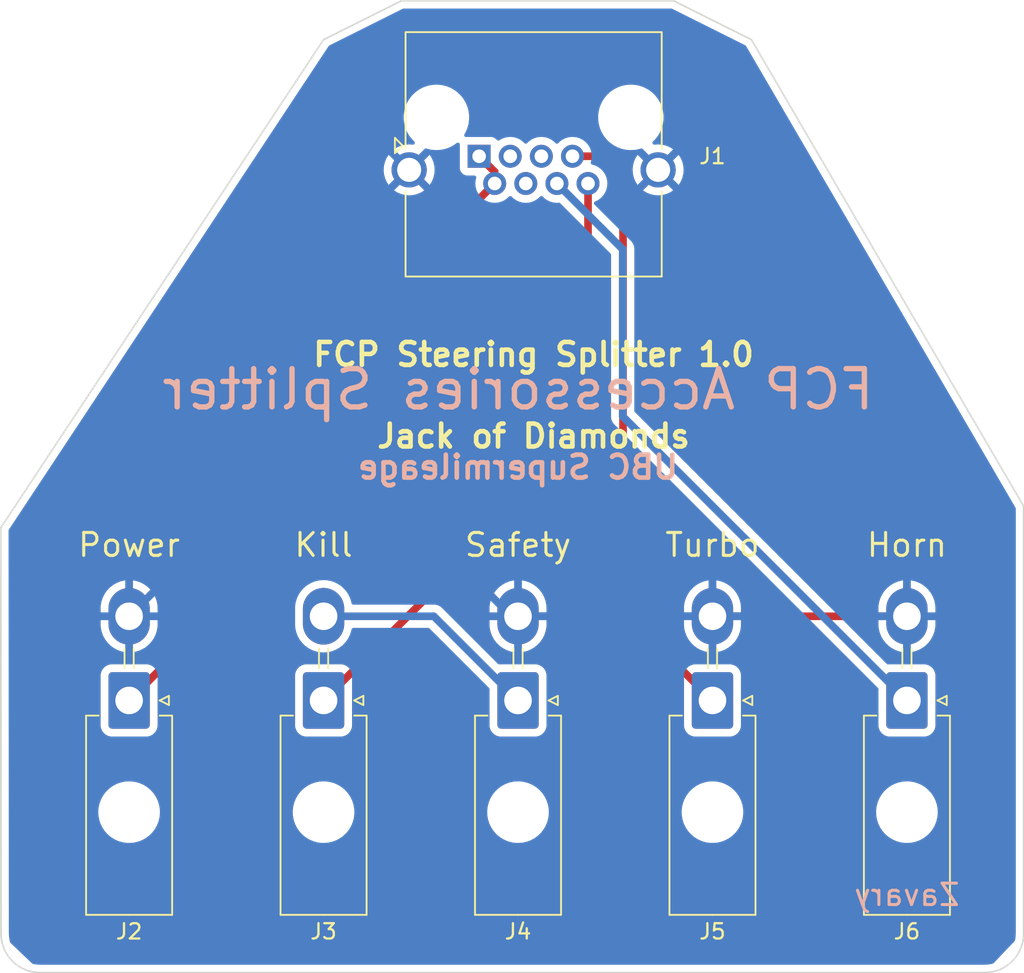
<source format=kicad_pcb>
(kicad_pcb (version 20211014) (generator pcbnew)
  (layers (0 "F.Cu" signal) (31 "B.Cu" signal) (34 "B.Paste" user) (35 "F.Paste" user) (36 "B.SilkS" user "B.Silkscreen") (37 "F.SilkS" user "F.Silkscreen") (38 "B.Mask" user) (39 "F.Mask" user) (44 "Edge.Cuts" user))
  (net 0 "")
  (net 1 "VCC")
  (net 4 "/Horn")
  (net 5 "/Turbo")
  (net 6 "/Kill")
  (net 7 "GND")
  (net 8 "/Safety")
  (footprint "Connector_Molex:Molex_Mini-Fit_Jr_5569-02A2_2x01_P4.20mm_Horizontal" (layer "F.Cu") (at 162.56 76.2 180)
    (fp_text reference "J5" (at 0 -15.1) (layer "F.SilkS"))
    (fp_text value "Turbo Connector")
    (fp_line (start 2 -0.99) (end 2.81 -0.99) (layer "F.SilkS") (width 0.12))
    (fp_line (start -2.81 -0.99) (end -2.81 -14.01) (layer "F.SilkS") (width 0.12))
    (fp_line (start 2.81 -14.01) (end 0 -14.01) (layer "F.SilkS") (width 0.12))
    (fp_line (start -2.81 -14.01) (end 0 -14.01) (layer "F.SilkS") (width 0.12))
    (fp_line (start -2.6 0.3) (end -2.6 -0.3) (layer "F.SilkS") (width 0.12))
    (fp_line (start 2.81 -0.99) (end 2.81 -14.01) (layer "F.SilkS") (width 0.12))
    (fp_line (start -0.3 2.11) (end -0.3 3.39) (layer "F.SilkS") (width 0.12))
    (fp_line (start -2 -0.99) (end -2.81 -0.99) (layer "F.SilkS") (width 0.12))
    (fp_line (start 0.3 2.11) (end 0.3 3.39) (layer "F.SilkS") (width 0.12))
    (fp_line (start -2 0) (end -2.6 0.3) (layer "F.SilkS") (width 0.12))
    (fp_line (start -2.6 -0.3) (end -2 0) (layer "F.SilkS") (width 0.12))
    (pad "" np_thru_hole circle (at 0 -7.3 180) (size 3 3) (drill 3) (layers *.Cu *.Mask))
    (pad "1" thru_hole roundrect (at 0 0 180) (size 2.7 3.7) (drill 1.8) (layers *.Cu *.Mask) (roundrect_rratio 0.09259296296) (net 5 "/Turbo"))
    (pad "2" thru_hole oval (at 0 5.5 180) (size 2.7 3.7) (drill 1.8) (layers *.Cu *.Mask) (net 7 "GND"))
  )
  (footprint "Connector_Molex:Molex_Mini-Fit_Jr_5569-02A2_2x01_P4.20mm_Horizontal" (layer "F.Cu") (at 124.46 76.2 180)
    (fp_text reference "J2" (at 0 -15.1) (layer "F.SilkS"))
    (fp_text value "Power")
    (fp_line (start -0.3 2.11) (end -0.3 3.39) (layer "F.SilkS") (width 0.12))
    (fp_line (start 2.81 -0.99) (end 2.81 -14.01) (layer "F.SilkS") (width 0.12))
    (fp_line (start -2 -0.99) (end -2.81 -0.99) (layer "F.SilkS") (width 0.12))
    (fp_line (start 2 -0.99) (end 2.81 -0.99) (layer "F.SilkS") (width 0.12))
    (fp_line (start -2.6 0.3) (end -2.6 -0.3) (layer "F.SilkS") (width 0.12))
    (fp_line (start 2.81 -14.01) (end 0 -14.01) (layer "F.SilkS") (width 0.12))
    (fp_line (start -2.81 -0.99) (end -2.81 -14.01) (layer "F.SilkS") (width 0.12))
    (fp_line (start -2.81 -14.01) (end 0 -14.01) (layer "F.SilkS") (width 0.12))
    (fp_line (start -2 0) (end -2.6 0.3) (layer "F.SilkS") (width 0.12))
    (fp_line (start 0.3 2.11) (end 0.3 3.39) (layer "F.SilkS") (width 0.12))
    (fp_line (start -2.6 -0.3) (end -2 0) (layer "F.SilkS") (width 0.12))
    (pad "" np_thru_hole circle (at 0 -7.3 180) (size 3 3) (drill 3) (layers *.Cu *.Mask))
    (pad "1" thru_hole roundrect (at 0 0 180) (size 2.7 3.7) (drill 1.8) (layers *.Cu *.Mask) (roundrect_rratio 0.09259296296) (net 1 "VCC"))
    (pad "2" thru_hole oval (at 0 5.5 180) (size 2.7 3.7) (drill 1.8) (layers *.Cu *.Mask) (net 7 "GND"))
  )
  (footprint "Connector_RJ:RJ45_Amphenol_RJHSE5380" (layer "F.Cu") (at 147.32 40.64)
    (fp_text reference "J1" (at 15.24 0) (layer "F.SilkS"))
    (fp_text value "Ethernet connector")
    (fp_line (start 11.925 7.86) (end 11.925 2.3) (layer "F.SilkS") (width 0.12))
    (fp_line (start -5.5 -1.2) (end -5 -0.7) (layer "F.SilkS") (width 0.12))
    (fp_line (start -4.76 -8.11) (end 11.88 -8.11) (layer "F.SilkS") (width 0.12))
    (fp_line (start -5 -0.7) (end -5.5 -0.2) (layer "F.SilkS") (width 0.12))
    (fp_line (start -4.805 -8.11) (end -4.805 -0.5) (layer "F.SilkS") (width 0.12))
    (fp_line (start -4.805 7.86) (end -4.805 2.3) (layer "F.SilkS") (width 0.12))
    (fp_line (start 11.925 -8.11) (end 11.925 -0.5) (layer "F.SilkS") (width 0.12))
    (fp_line (start -5.5 -0.2) (end -5.5 -1.2) (layer "F.SilkS") (width 0.12))
    (fp_line (start -4.76 7.86) (end 11.925 7.86) (layer "F.SilkS") (width 0.12))
    (pad "" np_thru_hole circle (at 9.91 -2.54) (size 3.25 3.25) (drill 3.25) (layers *.Cu *.Mask))
    (pad "" np_thru_hole circle (at -2.79 -2.54) (size 3.25 3.25) (drill 3.25) (layers *.Cu *.Mask))
    (pad "1" thru_hole rect (at 0 0) (size 1.5 1.5) (drill 0.89) (layers *.Cu *.Mask) (net 1 "VCC"))
    (pad "2" thru_hole circle (at 1.016 1.78) (size 1.5 1.5) (drill 0.89) (layers *.Cu *.Mask) (net 1 "VCC"))
    (pad "3" thru_hole circle (at 2.032 0) (size 1.5 1.5) (drill 0.89) (layers *.Cu *.Mask))
    (pad "4" thru_hole circle (at 3.048 1.78) (size 1.5 1.5) (drill 0.89) (layers *.Cu *.Mask))
    (pad "5" thru_hole circle (at 4.064 0) (size 1.5 1.5) (drill 0.89) (layers *.Cu *.Mask))
    (pad "6" thru_hole circle (at 5.08 1.78) (size 1.5 1.5) (drill 0.89) (layers *.Cu *.Mask) (net 4 "/Horn"))
    (pad "7" thru_hole circle (at 6.096 0) (size 1.5 1.5) (drill 0.89) (layers *.Cu *.Mask) (net 5 "/Turbo"))
    (pad "8" thru_hole circle (at 7.112 1.78) (size 1.5 1.5) (drill 0.89) (layers *.Cu *.Mask) (net 6 "/Kill"))
    (pad "SH" thru_hole circle (at -4.57 0.89) (size 2.3 2.3) (drill 1.57) (layers *.Cu *.Mask) (net 7 "GND"))
    (pad "SH" thru_hole circle (at 11.69 0.89) (size 2.3 2.3) (drill 1.57) (layers *.Cu *.Mask) (net 7 "GND"))
  )
  (footprint "Connector_Molex:Molex_Mini-Fit_Jr_5569-02A2_2x01_P4.20mm_Horizontal" (layer "F.Cu") (at 137.16 76.2 180)
    (fp_text reference "J3" (at 0 -15.1) (layer "F.SilkS"))
    (fp_text value "Kill Switch Connector")
    (fp_line (start -0.3 2.11) (end -0.3 3.39) (layer "F.SilkS") (width 0.12))
    (fp_line (start -2 -0.99) (end -2.81 -0.99) (layer "F.SilkS") (width 0.12))
    (fp_line (start -2.6 0.3) (end -2.6 -0.3) (layer "F.SilkS") (width 0.12))
    (fp_line (start -2.6 -0.3) (end -2 0) (layer "F.SilkS") (width 0.12))
    (fp_line (start 2.81 -14.01) (end 0 -14.01) (layer "F.SilkS") (width 0.12))
    (fp_line (start -2 0) (end -2.6 0.3) (layer "F.SilkS") (width 0.12))
    (fp_line (start 2.81 -0.99) (end 2.81 -14.01) (layer "F.SilkS") (width 0.12))
    (fp_line (start -2.81 -0.99) (end -2.81 -14.01) (layer "F.SilkS") (width 0.12))
    (fp_line (start -2.81 -14.01) (end 0 -14.01) (layer "F.SilkS") (width 0.12))
    (fp_line (start 2 -0.99) (end 2.81 -0.99) (layer "F.SilkS") (width 0.12))
    (fp_line (start 0.3 2.11) (end 0.3 3.39) (layer "F.SilkS") (width 0.12))
    (pad "" np_thru_hole circle (at 0 -7.3 180) (size 3 3) (drill 3) (layers *.Cu *.Mask))
    (pad "1" thru_hole roundrect (at 0 0 180) (size 2.7 3.7) (drill 1.8) (layers *.Cu *.Mask) (roundrect_rratio 0.09259296296) (net 6 "/Kill"))
    (pad "2" thru_hole oval (at 0 5.5 180) (size 2.7 3.7) (drill 1.8) (layers *.Cu *.Mask) (net 8 "/Safety"))
  )
  (footprint "Connector_Molex:Molex_Mini-Fit_Jr_5569-02A2_2x01_P4.20mm_Horizontal" (layer "F.Cu") (at 175.26 76.2 180)
    (fp_text reference "J6" (at 0 -15.1) (layer "F.SilkS"))
    (fp_text value "Horn Connector")
    (fp_line (start -2.81 -0.99) (end -2.81 -14.01) (layer "F.SilkS") (width 0.12))
    (fp_line (start -2.6 0.3) (end -2.6 -0.3) (layer "F.SilkS") (width 0.12))
    (fp_line (start -2 -0.99) (end -2.81 -0.99) (layer "F.SilkS") (width 0.12))
    (fp_line (start -2.81 -14.01) (end 0 -14.01) (layer "F.SilkS") (width 0.12))
    (fp_line (start 2.81 -0.99) (end 2.81 -14.01) (layer "F.SilkS") (width 0.12))
    (fp_line (start 2 -0.99) (end 2.81 -0.99) (layer "F.SilkS") (width 0.12))
    (fp_line (start -2 0) (end -2.6 0.3) (layer "F.SilkS") (width 0.12))
    (fp_line (start 2.81 -14.01) (end 0 -14.01) (layer "F.SilkS") (width 0.12))
    (fp_line (start -0.3 2.11) (end -0.3 3.39) (layer "F.SilkS") (width 0.12))
    (fp_line (start 0.3 2.11) (end 0.3 3.39) (layer "F.SilkS") (width 0.12))
    (fp_line (start -2.6 -0.3) (end -2 0) (layer "F.SilkS") (width 0.12))
    (pad "" np_thru_hole circle (at 0 -7.3 180) (size 3 3) (drill 3) (layers *.Cu *.Mask))
    (pad "1" thru_hole roundrect (at 0 0 180) (size 2.7 3.7) (drill 1.8) (layers *.Cu *.Mask) (roundrect_rratio 0.09259296296) (net 4 "/Horn"))
    (pad "2" thru_hole oval (at 0 5.5 180) (size 2.7 3.7) (drill 1.8) (layers *.Cu *.Mask) (net 7 "GND"))
  )
  (footprint "Connector_Molex:Molex_Mini-Fit_Jr_5569-02A2_2x01_P4.20mm_Horizontal" (layer "F.Cu") (at 149.86 76.2 180)
    (fp_text reference "J4" (at 0 -15.1) (layer "F.SilkS"))
    (fp_text value "Safety Circuit")
    (fp_line (start -2.81 -14.01) (end 0 -14.01) (layer "F.SilkS") (width 0.12))
    (fp_line (start -2.6 -0.3) (end -2 0) (layer "F.SilkS") (width 0.12))
    (fp_line (start -2 -0.99) (end -2.81 -0.99) (layer "F.SilkS") (width 0.12))
    (fp_line (start 2 -0.99) (end 2.81 -0.99) (layer "F.SilkS") (width 0.12))
    (fp_line (start -2.6 0.3) (end -2.6 -0.3) (layer "F.SilkS") (width 0.12))
    (fp_line (start 0.3 2.11) (end 0.3 3.39) (layer "F.SilkS") (width 0.12))
    (fp_line (start -0.3 2.11) (end -0.3 3.39) (layer "F.SilkS") (width 0.12))
    (fp_line (start 2.81 -14.01) (end 0 -14.01) (layer "F.SilkS") (width 0.12))
    (fp_line (start -2.81 -0.99) (end -2.81 -14.01) (layer "F.SilkS") (width 0.12))
    (fp_line (start -2 0) (end -2.6 0.3) (layer "F.SilkS") (width 0.12))
    (fp_line (start 2.81 -0.99) (end 2.81 -14.01) (layer "F.SilkS") (width 0.12))
    (pad "" np_thru_hole circle (at 0 -7.3 180) (size 3 3) (drill 3) (layers *.Cu *.Mask))
    (pad "1" thru_hole roundrect (at 0 0 180) (size 2.7 3.7) (drill 1.8) (layers *.Cu *.Mask) (roundrect_rratio 0.09259296296) (net 8 "/Safety"))
    (pad "2" thru_hole oval (at 0 5.5 180) (size 2.7 3.7) (drill 1.8) (layers *.Cu *.Mask) (net 7 "GND"))
  )
  (gr_line (start 182.88 63.5) (end 165.1 33.02) (layer "Edge.Cuts") (width 0.1))
  (gr_line (start 118.636051 93.98) (end 180.34 93.98) (layer "Edge.Cuts") (width 0.1))
  (gr_line (start 116.077639 64.915812) (end 137.16 33.02) (layer "Edge.Cuts") (width 0.1))
  (gr_arc (start 118.636051 93.98) (mid 116.84 93.236051) (end 116.096051 91.44) (layer "Edge.Cuts") (width 0.1))
  (gr_line (start 116.096051 91.44) (end 116.077639 64.915812) (layer "Edge.Cuts") (width 0.1))
  (gr_line (start 165.1 33.02) (end 160.02 30.48) (layer "Edge.Cuts") (width 0.1))
  (gr_line (start 160.02 30.48) (end 142.24 30.48) (layer "Edge.Cuts") (width 0.1))
  (gr_line (start 182.88 91.44) (end 182.88 63.5) (layer "Edge.Cuts") (width 0.1))
  (gr_arc (start 182.88 91.44) (mid 182.136051 93.236051) (end 180.34 93.98) (layer "Edge.Cuts") (width 0.1))
  (gr_line (start 142.24 30.48) (end 137.16 33.02) (layer "Edge.Cuts") (width 0.1))
  (gr_text "UBC Supermileage" (at 149.86 60.96) (layer "B.SilkS") (effects (font (size 1.5 1.5) (thickness 0.3)) (justify mirror)))
  (gr_text "FCP Accessories Splitter" (at 149.86 55.88) (layer "B.SilkS") (effects (font (size 2.5 2.5) (thickness 0.35)) (justify mirror)))
  (gr_text "Zavary" (at 175.26 88.9) (layer "B.SilkS") (effects (font (size 1.4 1.4) (thickness 0.2)) (justify mirror)))
  (gr_text "Power" (at 124.46 66.04) (layer "F.SilkS") (effects (font (size 1.5 1.5) (thickness 0.2))))
  (gr_text "Horn" (at 175.26 66.04) (layer "F.SilkS") (effects (font (size 1.5 1.5) (thickness 0.2))))
  (gr_text "Turbo" (at 162.56 66.04) (layer "F.SilkS") (effects (font (size 1.5 1.5) (thickness 0.2))))
  (gr_text "Safety" (at 149.86 66.04) (layer "F.SilkS") (effects (font (size 1.5 1.5) (thickness 0.2))))
  (gr_text "Kill" (at 137.16 66.04) (layer "F.SilkS") (effects (font (size 1.5 1.5) (thickness 0.2))))
  (gr_text "FCP Steering Splitter 1.0" (at 150.876 53.594) (layer "F.SilkS") (effects (font (size 1.5 1.5) (thickness 0.3))))
  (gr_text "Jack of Diamonds\n" (at 150.876 58.928) (layer "F.SilkS") (effects (font (size 1.5 1.5) (thickness 0.3))))
  (segment (start 148.336 41.656) (end 147.32 40.64) (width 0.5) (layer "F.Cu") (net 1))
  (segment (start 124.46 76.2) (end 134.62 66.04) (width 0.5) (layer "F.Cu") (net 1))
  (segment (start 139.7 51.056) (end 148.336 42.42) (width 0.5) (layer "F.Cu") (net 1))
  (segment (start 134.62 63.5) (end 139.7 58.42) (width 0.5) (layer "F.Cu") (net 1))
  (segment (start 148.336 42.42) (end 148.336 41.656) (width 0.5) (layer "F.Cu") (net 1))
  (segment (start 134.62 66.04) (end 134.62 63.5) (width 0.5) (layer "F.Cu") (net 1))
  (segment (start 139.7 58.42) (end 139.7 51.056) (width 0.5) (layer "F.Cu") (net 1))
  (segment (start 175.26 76.2) (end 156.69627 57.63627) (width 0.5) (layer "B.Cu") (net 4))
  (segment (start 156.69627 57.63627) (end 156.69627 46.71627) (width 0.5) (layer "B.Cu") (net 4))
  (segment (start 156.69627 46.71627) (end 152.4 42.42) (width 0.5) (layer "B.Cu") (net 4))
  (segment (start 156.718 41.91) (end 155.448 40.64) (width 0.5) (layer "F.Cu") (net 5))
  (segment (start 162.56 76.2) (end 158.242 71.882) (width 0.5) (layer "F.Cu") (net 5))
  (segment (start 158.242 71.882) (end 156.718 70.358) (width 0.5) (layer "F.Cu") (net 5))
  (segment (start 155.448 40.64) (end 153.416 40.64) (width 0.5) (layer "F.Cu") (net 5))
  (segment (start 156.718 70.358) (end 156.718 41.91) (width 0.5) (layer "F.Cu") (net 5))
  (segment (start 154.432 58.928) (end 154.432 42.42) (width 0.5) (layer "F.Cu") (net 6))
  (segment (start 137.16 76.2) (end 154.432 58.928) (width 0.5) (layer "F.Cu") (net 6))
  (segment (start 175.26 70.7) (end 162.56 70.7) (width 0.5) (layer "F.Cu") (net 7))
  (segment (start 144.78 66.04) (end 129.12 66.04) (width 0.5) (layer "B.Cu") (net 7))
  (segment (start 129.12 66.04) (end 124.46 70.7) (width 0.5) (layer "B.Cu") (net 7))
  (segment (start 149.44 70.7) (end 144.78 66.04) (width 0.5) (layer "B.Cu") (net 7))
  (segment (start 149.86 70.7) (end 149.44 70.7) (width 0.25) (layer "B.Cu") (net 7))
  (segment (start 162.56 70.7) (end 149.86 70.7) (width 0.5) (layer "B.Cu") (net 7))
  (segment (start 137.16 70.7) (end 144.36 70.7) (width 0.5) (layer "B.Cu") (net 8))
  (segment (start 144.36 70.7) (end 149.86 76.2) (width 0.5) (layer "B.Cu") (net 8))
  (zone (net 7) (net_name "GND") (layer "B.Cu") (connect_pads (clearance 0.508)) (min_thickness 0.254) (fill yes (thermal_gap 0.508) (thermal_bridge_width 0.508))
    (polygon (pts (xy 165.1 33.02) (xy 182.88 63.5) (xy 182.88 91.313) (xy 180.34 93.98) (xy 118.745 93.98) (xy 116.078 91.44) (xy 116.078 64.897) (xy 137.16 33.02) (xy 142.24 30.48) (xy 160.02 30.48)))
  )
)
</source>
